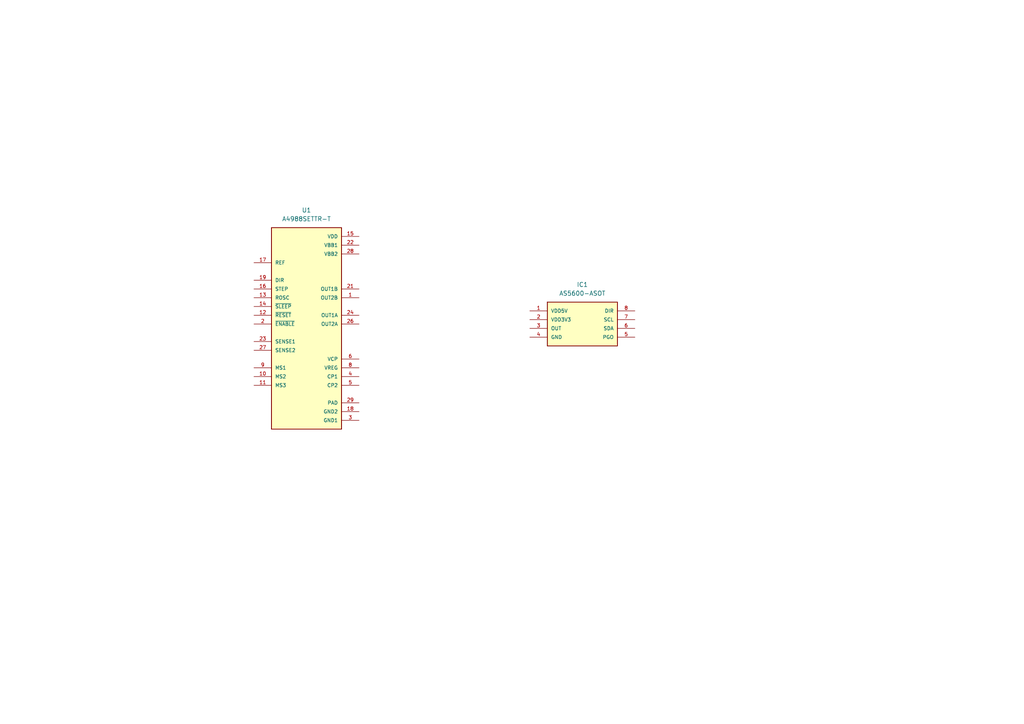
<source format=kicad_sch>
(kicad_sch (version 20250114) (generator "eeschema") (generator_version "9.0")
  (paper "A4")
  (lib_symbols
    (symbol "A4988SETTR-T:A4988SETTR-T" (pin_names (offset 1.016))
      (property "Reference" "U" (at -10.1643 27.9518 0))
      (property "Value" "A4988SETTR-T" (at -10.1675 -33.0444 0))
      (symbol "A4988SETTR-T_0_0"
        (rectangle (start -10.16 -30.48) (end 10.16 27.94) (stroke (width 0.254)) (fill (type background)))
        (pin input line (at -15.24 17.78 0) (length 5.08) (name "REF") (number "17"))
        (pin input line (at -15.24 12.7 0) (length 5.08) (name "DIR") (number "19"))
        (pin input line (at -15.24 10.16 0) (length 5.08) (name "STEP") (number "16"))
        (pin input line (at -15.24 7.62 0) (length 5.08) (name "ROSC") (number "13"))
        (pin input line (at -15.24 5.08 0) (length 5.08) (name "~{SLEEP}") (number "14"))
        (pin input line (at -15.24 2.54 0) (length 5.08) (name "~{RESET}") (number "12"))
        (pin input line (at -15.24 0 0) (length 5.08) (name "~{ENABLE}") (number "2"))
        (pin input line (at -15.24 -5.08 0) (length 5.08) (name "SENSE1") (number "23"))
        (pin input line (at -15.24 -7.62 0) (length 5.08) (name "SENSE2") (number "27"))
        (pin input line (at -15.24 -12.7 0) (length 5.08) (name "MS1") (number "9"))
        (pin input line (at -15.24 -15.24 0) (length 5.08) (name "MS2") (number "10"))
        (pin input line (at -15.24 -17.78 0) (length 5.08) (name "MS3") (number "11"))
        (pin power_in line (at 15.24 25.4 180) (length 5.08) (name "VDD") (number "15"))
        (pin power_in line (at 15.24 22.86 180) (length 5.08) (name "VBB1") (number "22"))
        (pin power_in line (at 15.24 20.32 180) (length 5.08) (name "VBB2") (number "28"))
        (pin output line (at 15.24 10.16 180) (length 5.08) (name "OUT1B") (number "21"))
        (pin output line (at 15.24 7.62 180) (length 5.08) (name "OUT2B") (number "1"))
        (pin output line (at 15.24 2.54 180) (length 5.08) (name "OUT1A") (number "24"))
        (pin output line (at 15.24 0 180) (length 5.08) (name "OUT2A") (number "26"))
        (pin passive line (at 15.24 -10.16 180) (length 5.08) (name "VCP") (number "6"))
        (pin passive line (at 15.24 -12.7 180) (length 5.08) (name "VREG") (number "8"))
        (pin passive line (at 15.24 -15.24 180) (length 5.08) (name "CP1") (number "4"))
        (pin passive line (at 15.24 -17.78 180) (length 5.08) (name "CP2") (number "5"))
        (pin passive line (at 15.24 -22.86 180) (length 5.08) (name "PAD") (number "29"))
        (pin passive line (at 15.24 -25.4 180) (length 5.08) (name "GND2") (number "18"))
        (pin passive line (at 15.24 -27.94 180) (length 5.08) (name "GND1") (number "3"))
      )
    )
    (symbol "AS5600-ASOT:AS5600-ASOT" (pin_names (offset 1.016))
      (property "Reference" "IC" (at 6.35 5.08 0))
      (property "Value" "AS5600-ASOT" (at 6.35 -12.7 0))
      (symbol "AS5600-ASOT_0_0"
        (rectangle (start 5.08 -10.16) (end 25.4 2.54) (stroke (width 0.254)) (fill (type background)))
        (pin bidirectional line (at 0 0 0) (length 5.08) (name "VDD5V") (number "1"))
        (pin bidirectional line (at 0 -2.54 0) (length 5.08) (name "VDD3V3") (number "2"))
        (pin bidirectional line (at 0 -5.08 0) (length 5.08) (name "OUT") (number "3"))
        (pin bidirectional line (at 0 -7.62 0) (length 5.08) (name "GND") (number "4"))
        (pin bidirectional line (at 30.48 0 180) (length 5.08) (name "DIR") (number "8"))
        (pin bidirectional line (at 30.48 -2.54 180) (length 5.08) (name "SCL") (number "7"))
        (pin bidirectional line (at 30.48 -5.08 180) (length 5.08) (name "SDA") (number "6"))
        (pin bidirectional line (at 30.48 -7.62 180) (length 5.08) (name "PGO") (number "5"))
      )
    )
  )
  (symbol (lib_id "AS5600-ASOT:AS5600-ASOT") (at 153.67 90.17 0) (unit 1)
    (property "Reference" "IC1" (at 168.91 82.55 0))
    (property "Value" "AS5600-ASOT" (at 168.91 85.09 0))
    (property "Footprint" "AS5600-ASOT:SOIC127P600X175-8N" (effects (hide yes)))
    (property "MANUFACTURER_NAME" "ams" (effects (hide yes)))
    (property "MF" "ams" (effects (hide yes)))
    (property "MOUSER_PRICE-STOCK" "https://www.mouser.co.uk/ProductDetail/ams/AS5600-ASOT?qs=KTMMzrZdriGJpjhsnAEYBA%3D%3D" (effects (hide yes)))
    (property "DESCRIPTION" "Board Mount Hall Effect / Magnetic Sensors AS5600 Magnetic Sensor 12-Bit" (effects (hide yes)))
    (property "MOUSER_PART_NUMBER" "985-AS5600-ASOT" (effects (hide yes)))
    (property "Price" "None" (effects (hide yes)))
    (property "Package" "SOIC-8 ams" (effects (hide yes)))
    (property "Check_prices" "https://www.snapeda.com/parts/AS5600-ASOT/ams/view-part/?ref=eda" (effects (hide yes)))
    (property "HEIGHT" "1.75mm" (effects (hide yes)))
    (property "MP" "AS5600-ASOT" (effects (hide yes)))
    (property "SnapEDA_Link" "https://www.snapeda.com/parts/AS5600-ASOT/ams/view-part/?ref=snap" (effects (hide yes)))
    (property "ARROW_PRICE-STOCK" "https://www.arrow.com/en/products/as5600-asot/ams-ag?region=nac" (effects (hide yes)))
    (property "ARROW_PART_NUMBER" "AS5600-ASOT" (effects (hide yes)))
    (property "Description_1" "Hall Effect Sensor Angle External Magnet, Not Included Gull Wing" (effects (hide yes)))
    (property "Availability" "In Stock" (effects (hide yes)))
    (property "MANUFACTURER_PART_NUMBER" "AS5600-ASOT" (effects (hide yes)))
  )
  (symbol (lib_id "A4988SETTR-T:A4988SETTR-T") (at 88.9 93.98 0) (unit 1)
    (property "Reference" "U1" (at 88.9 60.96 0))
    (property "Value" "A4988SETTR-T" (at 88.9 63.5 0))
    (property "Footprint" "A4988SETTR-T:QFN50P500X500X90-29N" (effects (hide yes)))
    (property "MF" "Allegro MicroSystems LLC" (effects (hide yes)))
    (property "Description_1" "Bipolar Motor Driver DMOS Logic 28-QFN (5x5)" (effects (hide yes)))
    (property "Package" "QFN-28 Allegro MicroSystems LLC" (effects (hide yes)))
    (property "Price" "None" (effects (hide yes)))
    (property "Check_prices" "https://www.snapeda.com/parts/A4988SETTRT/Allegro/view-part/?ref=eda" (effects (hide yes)))
    (property "SnapEDA_Link" "https://www.snapeda.com/parts/A4988SETTRT/Allegro/view-part/?ref=snap" (effects (hide yes)))
    (property "MP" "A4988SETTRT" (effects (hide yes)))
    (property "Availability" "In Stock" (effects (hide yes)))
    (property "MANUFACTURER" "Allegro MicroSystems" (effects (hide yes)))
  )
)
</source>
